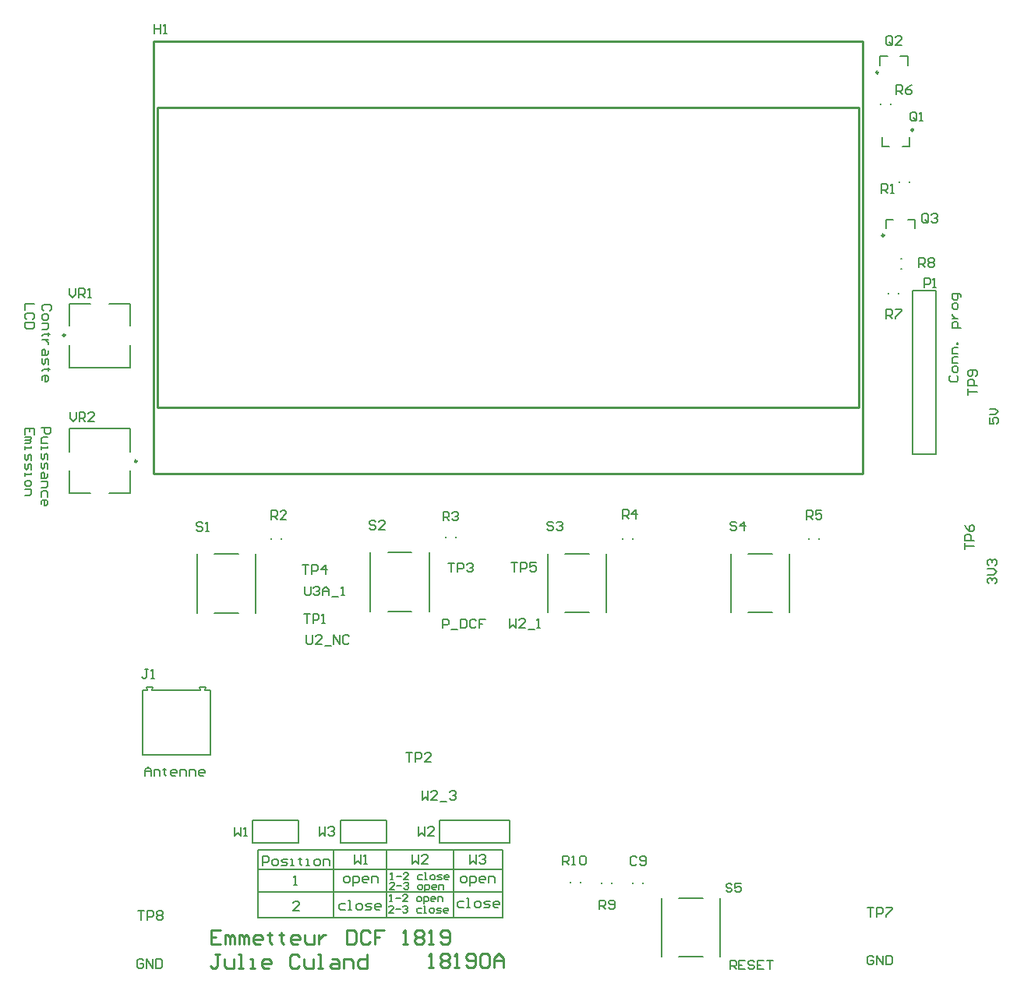
<source format=gbr>
%TF.GenerationSoftware,Altium Limited,Altium Designer,18.1.9 (240)*%
G04 Layer_Color=65535*
%FSLAX43Y43*%
%MOMM*%
%TF.FileFunction,Legend,Top*%
%TF.Part,Single*%
G01*
G75*
%TA.AperFunction,NonConductor*%
%ADD55C,0.250*%
%ADD56C,0.127*%
%ADD57C,0.200*%
%ADD58C,0.254*%
%ADD59C,0.203*%
%ADD60C,0.180*%
D55*
X30693Y96276D02*
G03*
X30693Y96276I-125J0D01*
G01*
X119051Y124833D02*
G03*
X119051Y124833I-125J0D01*
G01*
X119688Y107128D02*
G03*
X119688Y107128I-125J0D01*
G01*
X122854Y118600D02*
G03*
X122854Y118600I-125J0D01*
G01*
X38493Y82591D02*
G03*
X38493Y82591I-125J0D01*
G01*
D56*
X51638Y33020D02*
X78232D01*
Y40310D01*
X72923Y32995D02*
Y40259D01*
X65608Y33045D02*
Y40310D01*
X51638Y35763D02*
X78232Y35763D01*
X59842Y33045D02*
Y40310D01*
X51638Y38227D02*
X78232Y38227D01*
X51638Y37440D02*
Y40310D01*
Y33020D02*
Y37440D01*
Y40310D02*
X78232D01*
X74007Y34739D02*
X73499D01*
X73330Y34569D01*
Y34231D01*
X73499Y34061D01*
X74007D01*
X74345D02*
X74684D01*
X74515D01*
Y35077D01*
X74345D01*
X75361Y34061D02*
X75700D01*
X75869Y34231D01*
Y34569D01*
X75700Y34739D01*
X75361D01*
X75192Y34569D01*
Y34231D01*
X75361Y34061D01*
X76208D02*
X76715D01*
X76885Y34231D01*
X76715Y34400D01*
X76377D01*
X76208Y34569D01*
X76377Y34739D01*
X76885D01*
X77731Y34061D02*
X77392D01*
X77223Y34231D01*
Y34569D01*
X77392Y34739D01*
X77731D01*
X77900Y34569D01*
Y34400D01*
X77223D01*
X73829Y36816D02*
X74168D01*
X74337Y36985D01*
Y37323D01*
X74168Y37493D01*
X73829D01*
X73660Y37323D01*
Y36985D01*
X73829Y36816D01*
X74676Y36477D02*
Y37493D01*
X75184D01*
X75353Y37323D01*
Y36985D01*
X75184Y36816D01*
X74676D01*
X76199D02*
X75861D01*
X75691Y36985D01*
Y37323D01*
X75861Y37493D01*
X76199D01*
X76368Y37323D01*
Y37154D01*
X75691D01*
X76707Y36816D02*
Y37493D01*
X77215D01*
X77384Y37323D01*
Y36816D01*
X66370Y33528D02*
X65862D01*
X66370Y34036D01*
Y34163D01*
X66243Y34290D01*
X65989D01*
X65862Y34163D01*
X66624Y33909D02*
X67132D01*
X67386Y34163D02*
X67513Y34290D01*
X67767D01*
X67894Y34163D01*
Y34036D01*
X67767Y33909D01*
X67640D01*
X67767D01*
X67894Y33782D01*
Y33655D01*
X67767Y33528D01*
X67513D01*
X67386Y33655D01*
X69417Y34036D02*
X69036D01*
X68909Y33909D01*
Y33655D01*
X69036Y33528D01*
X69417D01*
X69671D02*
X69925D01*
X69798D01*
Y34290D01*
X69671D01*
X70433Y33528D02*
X70687D01*
X70814Y33655D01*
Y33909D01*
X70687Y34036D01*
X70433D01*
X70306Y33909D01*
Y33655D01*
X70433Y33528D01*
X71068D02*
X71448D01*
X71575Y33655D01*
X71448Y33782D01*
X71194D01*
X71068Y33909D01*
X71194Y34036D01*
X71575D01*
X72210Y33528D02*
X71956D01*
X71829Y33655D01*
Y33909D01*
X71956Y34036D01*
X72210D01*
X72337Y33909D01*
Y33782D01*
X71829D01*
X65964Y34722D02*
X66218D01*
X66091D01*
Y35484D01*
X65964Y35357D01*
X66599Y35103D02*
X67106D01*
X67868Y34722D02*
X67360D01*
X67868Y35230D01*
Y35357D01*
X67741Y35484D01*
X67487D01*
X67360Y35357D01*
X69011Y34722D02*
X69265D01*
X69392Y34849D01*
Y35103D01*
X69265Y35230D01*
X69011D01*
X68884Y35103D01*
Y34849D01*
X69011Y34722D01*
X69646Y34468D02*
Y35230D01*
X70026D01*
X70153Y35103D01*
Y34849D01*
X70026Y34722D01*
X69646D01*
X70788D02*
X70534D01*
X70407Y34849D01*
Y35103D01*
X70534Y35230D01*
X70788D01*
X70915Y35103D01*
Y34976D01*
X70407D01*
X71169Y34722D02*
Y35230D01*
X71550D01*
X71677Y35103D01*
Y34722D01*
X66472Y36068D02*
X65964D01*
X66472Y36576D01*
Y36703D01*
X66345Y36830D01*
X66091D01*
X65964Y36703D01*
X66726Y36449D02*
X67233D01*
X67487Y36703D02*
X67614Y36830D01*
X67868D01*
X67995Y36703D01*
Y36576D01*
X67868Y36449D01*
X67741D01*
X67868D01*
X67995Y36322D01*
Y36195D01*
X67868Y36068D01*
X67614D01*
X67487Y36195D01*
X69138Y36068D02*
X69392D01*
X69519Y36195D01*
Y36449D01*
X69392Y36576D01*
X69138D01*
X69011Y36449D01*
Y36195D01*
X69138Y36068D01*
X69773Y35814D02*
Y36576D01*
X70153D01*
X70280Y36449D01*
Y36195D01*
X70153Y36068D01*
X69773D01*
X70915D02*
X70661D01*
X70534Y36195D01*
Y36449D01*
X70661Y36576D01*
X70915D01*
X71042Y36449D01*
Y36322D01*
X70534D01*
X71296Y36068D02*
Y36576D01*
X71677D01*
X71804Y36449D01*
Y36068D01*
X66040Y37109D02*
X66294D01*
X66167D01*
Y37871D01*
X66040Y37744D01*
X66675Y37490D02*
X67183D01*
X67944Y37109D02*
X67437D01*
X67944Y37617D01*
Y37744D01*
X67817Y37871D01*
X67564D01*
X67437Y37744D01*
X69468Y37617D02*
X69087D01*
X68960Y37490D01*
Y37236D01*
X69087Y37109D01*
X69468D01*
X69722D02*
X69976D01*
X69849D01*
Y37871D01*
X69722D01*
X70484Y37109D02*
X70737D01*
X70864Y37236D01*
Y37490D01*
X70737Y37617D01*
X70484D01*
X70357Y37490D01*
Y37236D01*
X70484Y37109D01*
X71118D02*
X71499D01*
X71626Y37236D01*
X71499Y37363D01*
X71245D01*
X71118Y37490D01*
X71245Y37617D01*
X71626D01*
X72261Y37109D02*
X72007D01*
X71880Y37236D01*
Y37490D01*
X72007Y37617D01*
X72261D01*
X72388Y37490D01*
Y37363D01*
X71880D01*
X61104Y34510D02*
X60596D01*
X60427Y34341D01*
Y34002D01*
X60596Y33833D01*
X61104D01*
X61442D02*
X61781D01*
X61612D01*
Y34848D01*
X61442D01*
X62458Y33833D02*
X62797D01*
X62966Y34002D01*
Y34341D01*
X62797Y34510D01*
X62458D01*
X62289Y34341D01*
Y34002D01*
X62458Y33833D01*
X63304D02*
X63812D01*
X63981Y34002D01*
X63812Y34171D01*
X63474D01*
X63304Y34341D01*
X63474Y34510D01*
X63981D01*
X64828Y33833D02*
X64489D01*
X64320Y34002D01*
Y34341D01*
X64489Y34510D01*
X64828D01*
X64997Y34341D01*
Y34171D01*
X64320D01*
X61104Y36779D02*
X61442D01*
X61612Y36948D01*
Y37287D01*
X61442Y37456D01*
X61104D01*
X60935Y37287D01*
Y36948D01*
X61104Y36779D01*
X61950Y36441D02*
Y37456D01*
X62458D01*
X62627Y37287D01*
Y36948D01*
X62458Y36779D01*
X61950D01*
X63474D02*
X63135D01*
X62966Y36948D01*
Y37287D01*
X63135Y37456D01*
X63474D01*
X63643Y37287D01*
Y37118D01*
X62966D01*
X63982Y36779D02*
Y37456D01*
X64489D01*
X64659Y37287D01*
Y36779D01*
X56100Y33782D02*
X55423D01*
X56100Y34459D01*
Y34628D01*
X55931Y34798D01*
X55592D01*
X55423Y34628D01*
X55499Y36525D02*
X55838D01*
X55668D01*
Y37541D01*
X55499Y37372D01*
D57*
X31168Y92746D02*
X37768D01*
X31168D02*
Y95251D01*
Y97301D02*
Y99736D01*
X37768Y97301D02*
Y99736D01*
Y92746D02*
Y95251D01*
X31168Y99736D02*
X33443D01*
X35493D02*
X37768D01*
X45024Y66087D02*
Y72487D01*
X51424Y66087D02*
Y72487D01*
X46924Y66087D02*
X49524D01*
X46924Y72487D02*
X49524D01*
X119226Y125633D02*
Y126633D01*
X120026D01*
X122226Y125633D02*
Y126633D01*
X121426D02*
X122226D01*
X119262Y121376D02*
Y121476D01*
X120362Y121376D02*
Y121476D01*
X121501Y103514D02*
X121601D01*
X121501Y104614D02*
X121601D01*
X121251Y100800D02*
Y100900D01*
X120151Y100800D02*
Y100900D01*
X122784Y101143D02*
X125324D01*
Y83363D02*
Y101143D01*
X122784Y83363D02*
X125324D01*
X122784D02*
Y101143D01*
X65756Y72687D02*
X68356D01*
X65756Y66287D02*
X68356D01*
X70256D02*
Y72687D01*
X63856Y66287D02*
Y72687D01*
X73118Y74282D02*
Y74382D01*
X72018Y74282D02*
Y74382D01*
X101879Y28728D02*
Y35128D01*
X95479Y28728D02*
Y35128D01*
X97379D02*
X99979D01*
X97379Y28728D02*
X99979D01*
X93488Y36691D02*
Y36791D01*
X92338Y36691D02*
Y36791D01*
X90085Y36716D02*
Y36816D01*
X88985Y36716D02*
Y36816D01*
X85607Y36766D02*
Y36866D01*
X86707Y36766D02*
Y36866D01*
X71374Y41097D02*
Y43587D01*
X78994Y41097D02*
Y43587D01*
X71374D02*
X78994D01*
X71374Y41097D02*
X78994D01*
X122263Y108828D02*
X123013D01*
Y107928D02*
Y108828D01*
X119913D02*
X120663D01*
X119913Y107928D02*
Y108828D01*
X122419Y112916D02*
Y113016D01*
X121319Y112916D02*
Y113016D01*
X122429Y116800D02*
Y117800D01*
X121629Y116800D02*
X122429D01*
X119429D02*
Y117800D01*
Y116800D02*
X120229D01*
X60598Y41071D02*
X65608D01*
X60598Y43561D02*
X65608D01*
Y41071D02*
Y43561D01*
X60598Y41071D02*
Y43561D01*
X51048Y41097D02*
Y43587D01*
X56058Y41097D02*
Y43587D01*
X51048D02*
X56058D01*
X51048Y41097D02*
X56058D01*
X46469Y50681D02*
Y57681D01*
X39069Y50681D02*
Y57681D01*
Y50681D02*
X46469D01*
X39574Y58081D02*
X40224D01*
X39574D02*
X39649Y57681D01*
X40149D02*
X40224Y58081D01*
X39069Y57681D02*
X39649D01*
X45314Y58081D02*
X45389Y57681D01*
X45889D02*
X45964Y58081D01*
X45314D02*
X45964D01*
X45889Y57681D02*
X46469D01*
X40149D02*
X45389D01*
X112642Y74155D02*
Y74255D01*
X111542Y74155D02*
Y74255D01*
X91273Y74155D02*
Y74255D01*
X92373Y74155D02*
Y74255D01*
X53095Y74093D02*
Y74193D01*
X54195Y74093D02*
Y74193D01*
X103008Y66150D02*
Y72550D01*
X109408Y66150D02*
Y72550D01*
X104908Y66150D02*
X107508D01*
X104908Y72550D02*
X107508D01*
X83124Y66150D02*
Y72550D01*
X89524Y66150D02*
Y72550D01*
X85024Y66150D02*
X87624D01*
X85024Y72550D02*
X87624D01*
X31168Y79131D02*
X33443D01*
X35493D02*
X37768D01*
X31168Y83616D02*
Y86121D01*
Y79131D02*
Y81566D01*
X37768Y79131D02*
Y81566D01*
Y83616D02*
Y86121D01*
X31168D02*
X37768D01*
X126878Y91929D02*
X126712Y91762D01*
Y91429D01*
X126878Y91262D01*
X127545D01*
X127711Y91429D01*
Y91762D01*
X127545Y91929D01*
X127711Y92428D02*
Y92762D01*
X127545Y92928D01*
X127211D01*
X127045Y92762D01*
Y92428D01*
X127211Y92262D01*
X127545D01*
X127711Y92428D01*
Y93262D02*
X127045D01*
Y93761D01*
X127211Y93928D01*
X127711D01*
Y94261D02*
X127045D01*
Y94761D01*
X127211Y94928D01*
X127711D01*
Y95261D02*
X127545D01*
Y95428D01*
X127711D01*
Y95261D01*
X128044Y97094D02*
X127045D01*
Y97593D01*
X127211Y97760D01*
X127545D01*
X127711Y97593D01*
Y97094D01*
X127045Y98093D02*
X127711D01*
X127378D01*
X127211Y98260D01*
X127045Y98427D01*
Y98593D01*
X127711Y99260D02*
Y99593D01*
X127545Y99759D01*
X127211D01*
X127045Y99593D01*
Y99260D01*
X127211Y99093D01*
X127545D01*
X127711Y99260D01*
X128044Y100426D02*
Y100593D01*
X127878Y100759D01*
X127045D01*
Y100259D01*
X127211Y100093D01*
X127545D01*
X127711Y100259D01*
Y100759D01*
X78994Y65490D02*
Y64491D01*
X79327Y64824D01*
X79660Y64491D01*
Y65490D01*
X80660Y64491D02*
X79994D01*
X80660Y65157D01*
Y65324D01*
X80494Y65490D01*
X80160D01*
X79994Y65324D01*
X80993Y64324D02*
X81660D01*
X81993Y64491D02*
X82326D01*
X82160D01*
Y65490D01*
X81993Y65324D01*
X56693Y68995D02*
Y68162D01*
X56859Y67996D01*
X57193D01*
X57359Y68162D01*
Y68995D01*
X57692Y68829D02*
X57859Y68995D01*
X58192D01*
X58359Y68829D01*
Y68662D01*
X58192Y68496D01*
X58026D01*
X58192D01*
X58359Y68329D01*
Y68162D01*
X58192Y67996D01*
X57859D01*
X57692Y68162D01*
X58692Y67996D02*
Y68662D01*
X59025Y68995D01*
X59359Y68662D01*
Y67996D01*
Y68496D01*
X58692D01*
X59692Y67829D02*
X60358D01*
X60692Y67996D02*
X61025D01*
X60858D01*
Y68995D01*
X60692Y68829D01*
X56896Y63687D02*
Y62854D01*
X57063Y62687D01*
X57396D01*
X57562Y62854D01*
Y63687D01*
X58562Y62687D02*
X57896D01*
X58562Y63354D01*
Y63520D01*
X58396Y63687D01*
X58062D01*
X57896Y63520D01*
X58895Y62521D02*
X59562D01*
X59895Y62687D02*
Y63687D01*
X60561Y62687D01*
Y63687D01*
X61561Y63520D02*
X61395Y63687D01*
X61061D01*
X60895Y63520D01*
Y62854D01*
X61061Y62687D01*
X61395D01*
X61561Y62854D01*
X69469Y46770D02*
Y45771D01*
X69802Y46104D01*
X70135Y45771D01*
Y46770D01*
X71135Y45771D02*
X70469D01*
X71135Y46437D01*
Y46604D01*
X70969Y46770D01*
X70635D01*
X70469Y46604D01*
X71468Y45604D02*
X72135D01*
X72468Y46604D02*
X72635Y46770D01*
X72968D01*
X73134Y46604D01*
Y46437D01*
X72968Y46271D01*
X72801D01*
X72968D01*
X73134Y46104D01*
Y45937D01*
X72968Y45771D01*
X72635D01*
X72468Y45937D01*
X131106Y87306D02*
Y86639D01*
X131606D01*
X131439Y86973D01*
Y87139D01*
X131606Y87306D01*
X131939D01*
X132105Y87139D01*
Y86806D01*
X131939Y86639D01*
X131106Y87639D02*
X131772D01*
X132105Y87972D01*
X131772Y88306D01*
X131106D01*
X71679Y64440D02*
Y65439D01*
X72179D01*
X72345Y65273D01*
Y64940D01*
X72179Y64773D01*
X71679D01*
X72678Y64273D02*
X73345D01*
X73678Y65439D02*
Y64440D01*
X74178D01*
X74345Y64606D01*
Y65273D01*
X74178Y65439D01*
X73678D01*
X75344Y65273D02*
X75178Y65439D01*
X74844D01*
X74678Y65273D01*
Y64606D01*
X74844Y64440D01*
X75178D01*
X75344Y64606D01*
X76344Y65439D02*
X75678D01*
Y64940D01*
X76011D01*
X75678D01*
Y64440D01*
X39224Y28341D02*
X39057Y28508D01*
X38724D01*
X38557Y28341D01*
Y27675D01*
X38724Y27508D01*
X39057D01*
X39224Y27675D01*
Y28008D01*
X38890D01*
X39557Y27508D02*
Y28508D01*
X40223Y27508D01*
Y28508D01*
X40557D02*
Y27508D01*
X41056D01*
X41223Y27675D01*
Y28341D01*
X41056Y28508D01*
X40557D01*
X118548Y28697D02*
X118381Y28863D01*
X118048D01*
X117881Y28697D01*
Y28030D01*
X118048Y27864D01*
X118381D01*
X118548Y28030D01*
Y28364D01*
X118215D01*
X118881Y27864D02*
Y28863D01*
X119548Y27864D01*
Y28863D01*
X119881D02*
Y27864D01*
X120381D01*
X120547Y28030D01*
Y28697D01*
X120381Y28863D01*
X119881D01*
X131069Y69266D02*
X130903Y69432D01*
Y69766D01*
X131069Y69932D01*
X131236D01*
X131402Y69766D01*
Y69599D01*
Y69766D01*
X131569Y69932D01*
X131736D01*
X131902Y69766D01*
Y69432D01*
X131736Y69266D01*
X130903Y70265D02*
X131569D01*
X131902Y70599D01*
X131569Y70932D01*
X130903D01*
X131069Y71265D02*
X130903Y71432D01*
Y71765D01*
X131069Y71932D01*
X131236D01*
X131402Y71765D01*
Y71598D01*
Y71765D01*
X131569Y71932D01*
X131736D01*
X131902Y71765D01*
Y71432D01*
X131736Y71265D01*
X102921Y27356D02*
Y28355D01*
X103421D01*
X103587Y28189D01*
Y27856D01*
X103421Y27689D01*
X102921D01*
X103254D02*
X103587Y27356D01*
X104587Y28355D02*
X103920D01*
Y27356D01*
X104587D01*
X103920Y27856D02*
X104254D01*
X105587Y28189D02*
X105420Y28355D01*
X105087D01*
X104920Y28189D01*
Y28022D01*
X105087Y27856D01*
X105420D01*
X105587Y27689D01*
Y27522D01*
X105420Y27356D01*
X105087D01*
X104920Y27522D01*
X106586Y28355D02*
X105920D01*
Y27356D01*
X106586D01*
X105920Y27856D02*
X106253D01*
X106920Y28355D02*
X107586D01*
X107253D01*
Y27356D01*
X39345Y48362D02*
Y49028D01*
X39678Y49361D01*
X40011Y49028D01*
Y48362D01*
Y48861D01*
X39345D01*
X40344Y48362D02*
Y49028D01*
X40844D01*
X41011Y48861D01*
Y48362D01*
X41511Y49195D02*
Y49028D01*
X41344D01*
X41677D01*
X41511D01*
Y48528D01*
X41677Y48362D01*
X42677D02*
X42344D01*
X42177Y48528D01*
Y48861D01*
X42344Y49028D01*
X42677D01*
X42843Y48861D01*
Y48695D01*
X42177D01*
X43177Y48362D02*
Y49028D01*
X43677D01*
X43843Y48861D01*
Y48362D01*
X44176D02*
Y49028D01*
X44676D01*
X44843Y48861D01*
Y48362D01*
X45676D02*
X45343D01*
X45176Y48528D01*
Y48861D01*
X45343Y49028D01*
X45676D01*
X45842Y48861D01*
Y48695D01*
X45176D01*
X27365Y85516D02*
Y86182D01*
X26365D01*
Y85516D01*
X26865Y86182D02*
Y85849D01*
X26365Y85183D02*
X27032D01*
Y85016D01*
X26865Y84849D01*
X26365D01*
X26865D01*
X27032Y84683D01*
X26865Y84516D01*
X26365D01*
Y84183D02*
Y83850D01*
Y84016D01*
X27032D01*
Y84183D01*
X26365Y83350D02*
Y82850D01*
X26532Y82683D01*
X26698Y82850D01*
Y83183D01*
X26865Y83350D01*
X27032Y83183D01*
Y82683D01*
X26365Y82350D02*
Y81850D01*
X26532Y81684D01*
X26698Y81850D01*
Y82183D01*
X26865Y82350D01*
X27032Y82183D01*
Y81684D01*
X26365Y81350D02*
Y81017D01*
Y81184D01*
X27032D01*
Y81350D01*
X26365Y80351D02*
Y80018D01*
X26532Y79851D01*
X26865D01*
X27032Y80018D01*
Y80351D01*
X26865Y80517D01*
X26532D01*
X26365Y80351D01*
Y79518D02*
X27032D01*
Y79018D01*
X26865Y78851D01*
X26365D01*
X27365Y99695D02*
X26365D01*
Y99029D01*
X27198Y98029D02*
X27365Y98195D01*
Y98529D01*
X27198Y98695D01*
X26532D01*
X26365Y98529D01*
Y98195D01*
X26532Y98029D01*
X27365Y97696D02*
X26365D01*
Y97196D01*
X26532Y97029D01*
X27198D01*
X27365Y97196D01*
Y97696D01*
X28118Y86233D02*
X29117D01*
Y85733D01*
X28951Y85567D01*
X28618D01*
X28451Y85733D01*
Y86233D01*
X28784Y85233D02*
X28284D01*
X28118Y85067D01*
Y84567D01*
X28784D01*
X28118Y84234D02*
Y83900D01*
Y84067D01*
X28784D01*
Y84234D01*
X28118Y83401D02*
Y82901D01*
X28284Y82734D01*
X28451Y82901D01*
Y83234D01*
X28618Y83401D01*
X28784Y83234D01*
Y82734D01*
X28118Y82401D02*
Y81901D01*
X28284Y81734D01*
X28451Y81901D01*
Y82234D01*
X28618Y82401D01*
X28784Y82234D01*
Y81734D01*
Y81235D02*
Y80901D01*
X28618Y80735D01*
X28118D01*
Y81235D01*
X28284Y81401D01*
X28451Y81235D01*
Y80735D01*
X28118Y80402D02*
X28784D01*
Y79902D01*
X28618Y79735D01*
X28118D01*
X28784Y78735D02*
Y79235D01*
X28618Y79402D01*
X28284D01*
X28118Y79235D01*
Y78735D01*
Y77902D02*
Y78236D01*
X28284Y78402D01*
X28618D01*
X28784Y78236D01*
Y77902D01*
X28618Y77736D01*
X28451D01*
Y78402D01*
X29052Y98927D02*
X29219Y99094D01*
Y99427D01*
X29052Y99593D01*
X28386D01*
X28219Y99427D01*
Y99094D01*
X28386Y98927D01*
X28219Y98427D02*
Y98094D01*
X28386Y97927D01*
X28719D01*
X28886Y98094D01*
Y98427D01*
X28719Y98594D01*
X28386D01*
X28219Y98427D01*
Y97594D02*
X28886D01*
Y97094D01*
X28719Y96928D01*
X28219D01*
X29052Y96428D02*
X28886D01*
Y96594D01*
Y96261D01*
Y96428D01*
X28386D01*
X28219Y96261D01*
X28886Y95761D02*
X28219D01*
X28553D01*
X28719Y95595D01*
X28886Y95428D01*
Y95261D01*
Y94595D02*
Y94262D01*
X28719Y94095D01*
X28219D01*
Y94595D01*
X28386Y94762D01*
X28553Y94595D01*
Y94095D01*
X28219Y93762D02*
Y93262D01*
X28386Y93095D01*
X28553Y93262D01*
Y93595D01*
X28719Y93762D01*
X28886Y93595D01*
Y93095D01*
X29052Y92596D02*
X28886D01*
Y92762D01*
Y92429D01*
Y92596D01*
X28386D01*
X28219Y92429D01*
Y91429D02*
Y91763D01*
X28386Y91929D01*
X28719D01*
X28886Y91763D01*
Y91429D01*
X28719Y91263D01*
X28553D01*
Y91929D01*
D58*
X40717Y88430D02*
X116917D01*
X40717D02*
Y121030D01*
X116917D01*
Y88430D02*
Y121030D01*
X40317Y81230D02*
Y128230D01*
Y81230D02*
X117317D01*
Y128230D01*
X40317D02*
X117317D01*
X70180Y27534D02*
X70688D01*
X70434D01*
Y29057D01*
X70180Y28803D01*
X71450D02*
X71704Y29057D01*
X72212D01*
X72465Y28803D01*
Y28549D01*
X72212Y28295D01*
X72465Y28041D01*
Y27788D01*
X72212Y27534D01*
X71704D01*
X71450Y27788D01*
Y28041D01*
X71704Y28295D01*
X71450Y28549D01*
Y28803D01*
X71704Y28295D02*
X72212D01*
X72973Y27534D02*
X73481D01*
X73227D01*
Y29057D01*
X72973Y28803D01*
X74243Y27788D02*
X74497Y27534D01*
X75005D01*
X75259Y27788D01*
Y28803D01*
X75005Y29057D01*
X74497D01*
X74243Y28803D01*
Y28549D01*
X74497Y28295D01*
X75259D01*
X75766Y28803D02*
X76020Y29057D01*
X76528D01*
X76782Y28803D01*
Y27788D01*
X76528Y27534D01*
X76020D01*
X75766Y27788D01*
Y28803D01*
X77290Y27534D02*
Y28549D01*
X77798Y29057D01*
X78306Y28549D01*
Y27534D01*
Y28295D01*
X77290D01*
X47498Y28981D02*
X46990D01*
X47244D01*
Y27711D01*
X46990Y27457D01*
X46736D01*
X46482Y27711D01*
X48006Y28473D02*
Y27711D01*
X48259Y27457D01*
X49021D01*
Y28473D01*
X49529Y27457D02*
X50037D01*
X49783D01*
Y28981D01*
X49529D01*
X50799Y27457D02*
X51306D01*
X51053D01*
Y28473D01*
X50799D01*
X52830Y27457D02*
X52322D01*
X52068Y27711D01*
Y28219D01*
X52322Y28473D01*
X52830D01*
X53084Y28219D01*
Y27965D01*
X52068D01*
X56131Y28727D02*
X55877Y28981D01*
X55369D01*
X55115Y28727D01*
Y27711D01*
X55369Y27457D01*
X55877D01*
X56131Y27711D01*
X56639Y28473D02*
Y27711D01*
X56893Y27457D01*
X57654D01*
Y28473D01*
X58162Y27457D02*
X58670D01*
X58416D01*
Y28981D01*
X58162D01*
X59686Y28473D02*
X60194D01*
X60447Y28219D01*
Y27457D01*
X59686D01*
X59432Y27711D01*
X59686Y27965D01*
X60447D01*
X60955Y27457D02*
Y28473D01*
X61717D01*
X61971Y28219D01*
Y27457D01*
X63494Y28981D02*
Y27457D01*
X62733D01*
X62479Y27711D01*
Y28219D01*
X62733Y28473D01*
X63494D01*
X47548Y31623D02*
X46533D01*
Y30099D01*
X47548D01*
X46533Y30861D02*
X47041D01*
X48056Y30099D02*
Y31115D01*
X48310D01*
X48564Y30861D01*
Y30099D01*
Y30861D01*
X48818Y31115D01*
X49072Y30861D01*
Y30099D01*
X49580D02*
Y31115D01*
X49834D01*
X50088Y30861D01*
Y30099D01*
Y30861D01*
X50342Y31115D01*
X50595Y30861D01*
Y30099D01*
X51865D02*
X51357D01*
X51103Y30353D01*
Y30861D01*
X51357Y31115D01*
X51865D01*
X52119Y30861D01*
Y30607D01*
X51103D01*
X52881Y31369D02*
Y31115D01*
X52627D01*
X53135D01*
X52881D01*
Y30353D01*
X53135Y30099D01*
X54150Y31369D02*
Y31115D01*
X53896D01*
X54404D01*
X54150D01*
Y30353D01*
X54404Y30099D01*
X55928D02*
X55420D01*
X55166Y30353D01*
Y30861D01*
X55420Y31115D01*
X55928D01*
X56182Y30861D01*
Y30607D01*
X55166D01*
X56690Y31115D02*
Y30353D01*
X56943Y30099D01*
X57705D01*
Y31115D01*
X58213D02*
Y30099D01*
Y30607D01*
X58467Y30861D01*
X58721Y31115D01*
X58975D01*
X61260Y31623D02*
Y30099D01*
X62022D01*
X62276Y30353D01*
Y31369D01*
X62022Y31623D01*
X61260D01*
X63799Y31369D02*
X63545Y31623D01*
X63037D01*
X62784Y31369D01*
Y30353D01*
X63037Y30099D01*
X63545D01*
X63799Y30353D01*
X65323Y31623D02*
X64307D01*
Y30861D01*
X64815D01*
X64307D01*
Y30099D01*
X67354D02*
X67862D01*
X67608D01*
Y31623D01*
X67354Y31369D01*
X68624D02*
X68878Y31623D01*
X69385D01*
X69639Y31369D01*
Y31115D01*
X69385Y30861D01*
X69639Y30607D01*
Y30353D01*
X69385Y30099D01*
X68878D01*
X68624Y30353D01*
Y30607D01*
X68878Y30861D01*
X68624Y31115D01*
Y31369D01*
X68878Y30861D02*
X69385D01*
X70147Y30099D02*
X70655D01*
X70401D01*
Y31623D01*
X70147Y31369D01*
X71417Y30353D02*
X71671Y30099D01*
X72178D01*
X72432Y30353D01*
Y31369D01*
X72178Y31623D01*
X71671D01*
X71417Y31369D01*
Y31115D01*
X71671Y30861D01*
X72432D01*
D59*
X74701Y39852D02*
Y38837D01*
X75040Y39175D01*
X75379Y38837D01*
Y39852D01*
X75717Y39683D02*
X75886Y39852D01*
X76225D01*
X76394Y39683D01*
Y39514D01*
X76225Y39344D01*
X76056D01*
X76225D01*
X76394Y39175D01*
Y39006D01*
X76225Y38837D01*
X75886D01*
X75717Y39006D01*
X68377Y39827D02*
Y38811D01*
X68715Y39150D01*
X69054Y38811D01*
Y39827D01*
X70070Y38811D02*
X69392D01*
X70070Y39488D01*
Y39658D01*
X69900Y39827D01*
X69562D01*
X69392Y39658D01*
X62103Y39801D02*
Y38786D01*
X62442Y39124D01*
X62780Y38786D01*
Y39801D01*
X63119Y38786D02*
X63457D01*
X63288D01*
Y39801D01*
X63119Y39632D01*
X52172Y38659D02*
Y39674D01*
X52679D01*
X52849Y39505D01*
Y39167D01*
X52679Y38997D01*
X52172D01*
X53357Y38659D02*
X53695D01*
X53864Y38828D01*
Y39167D01*
X53695Y39336D01*
X53357D01*
X53187Y39167D01*
Y38828D01*
X53357Y38659D01*
X54203D02*
X54711D01*
X54880Y38828D01*
X54711Y38997D01*
X54372D01*
X54203Y39167D01*
X54372Y39336D01*
X54880D01*
X55219Y38659D02*
X55557D01*
X55388D01*
Y39336D01*
X55219D01*
X56234Y39505D02*
Y39336D01*
X56065D01*
X56404D01*
X56234D01*
Y38828D01*
X56404Y38659D01*
X56911D02*
X57250D01*
X57081D01*
Y39336D01*
X56911D01*
X57927Y38659D02*
X58266D01*
X58435Y38828D01*
Y39167D01*
X58266Y39336D01*
X57927D01*
X57758Y39167D01*
Y38828D01*
X57927Y38659D01*
X58773D02*
Y39336D01*
X59281D01*
X59451Y39167D01*
Y38659D01*
D60*
X45624Y75814D02*
X45458Y75980D01*
X45125D01*
X44958Y75814D01*
Y75647D01*
X45125Y75481D01*
X45458D01*
X45624Y75314D01*
Y75147D01*
X45458Y74981D01*
X45125D01*
X44958Y75147D01*
X45958Y74981D02*
X46291D01*
X46124D01*
Y75980D01*
X45958Y75814D01*
X69113Y42884D02*
Y41885D01*
X69447Y42218D01*
X69780Y41885D01*
Y42884D01*
X70780Y41885D02*
X70113D01*
X70780Y42551D01*
Y42718D01*
X70613Y42884D01*
X70280D01*
X70113Y42718D01*
X56490Y71358D02*
X57156D01*
X56823D01*
Y70358D01*
X57489D02*
Y71358D01*
X57989D01*
X58156Y71191D01*
Y70858D01*
X57989Y70691D01*
X57489D01*
X58989Y70358D02*
Y71358D01*
X58489Y70858D01*
X59155D01*
X128794Y89814D02*
Y90481D01*
Y90148D01*
X129794D01*
Y90814D02*
X128794D01*
Y91314D01*
X128961Y91481D01*
X129294D01*
X129461Y91314D01*
Y90814D01*
X129627Y91814D02*
X129794Y91980D01*
Y92314D01*
X129627Y92480D01*
X128961D01*
X128794Y92314D01*
Y91980D01*
X128961Y91814D01*
X129128D01*
X129294Y91980D01*
Y92480D01*
X38608Y33715D02*
X39274D01*
X38941D01*
Y32715D01*
X39608D02*
Y33715D01*
X40108D01*
X40274Y33548D01*
Y33215D01*
X40108Y33048D01*
X39608D01*
X40607Y33548D02*
X40774Y33715D01*
X41107D01*
X41274Y33548D01*
Y33382D01*
X41107Y33215D01*
X41274Y33048D01*
Y32882D01*
X41107Y32715D01*
X40774D01*
X40607Y32882D01*
Y33048D01*
X40774Y33215D01*
X40607Y33382D01*
Y33548D01*
X40774Y33215D02*
X41107D01*
X117856Y34070D02*
X118522D01*
X118189D01*
Y33071D01*
X118856D02*
Y34070D01*
X119356D01*
X119522Y33904D01*
Y33571D01*
X119356Y33404D01*
X118856D01*
X119855Y34070D02*
X120522D01*
Y33904D01*
X119855Y33237D01*
Y33071D01*
X128439Y73000D02*
Y73666D01*
Y73333D01*
X129438D01*
Y73999D02*
X128439D01*
Y74499D01*
X128605Y74666D01*
X128939D01*
X129105Y74499D01*
Y73999D01*
X128439Y75665D02*
X128605Y75332D01*
X128939Y74999D01*
X129272D01*
X129438Y75166D01*
Y75499D01*
X129272Y75665D01*
X129105D01*
X128939Y75499D01*
Y74999D01*
X79197Y71561D02*
X79864D01*
X79530D01*
Y70561D01*
X80197D02*
Y71561D01*
X80697D01*
X80863Y71394D01*
Y71061D01*
X80697Y70894D01*
X80197D01*
X81863Y71561D02*
X81197D01*
Y71061D01*
X81530Y71228D01*
X81696D01*
X81863Y71061D01*
Y70728D01*
X81696Y70561D01*
X81363D01*
X81197Y70728D01*
X72339Y71535D02*
X73006D01*
X72672D01*
Y70536D01*
X73339D02*
Y71535D01*
X73839D01*
X74005Y71369D01*
Y71036D01*
X73839Y70869D01*
X73339D01*
X74339Y71369D02*
X74505Y71535D01*
X74838D01*
X75005Y71369D01*
Y71202D01*
X74838Y71036D01*
X74672D01*
X74838D01*
X75005Y70869D01*
Y70702D01*
X74838Y70536D01*
X74505D01*
X74339Y70702D01*
X67767Y50911D02*
X68434D01*
X68100D01*
Y49911D01*
X68767D02*
Y50911D01*
X69267D01*
X69433Y50744D01*
Y50411D01*
X69267Y50244D01*
X68767D01*
X70433Y49911D02*
X69767D01*
X70433Y50577D01*
Y50744D01*
X70266Y50911D01*
X69933D01*
X69767Y50744D01*
X56617Y65973D02*
X57283D01*
X56950D01*
Y64973D01*
X57616D02*
Y65973D01*
X58116D01*
X58283Y65806D01*
Y65473D01*
X58116Y65306D01*
X57616D01*
X58616Y64973D02*
X58949D01*
X58783D01*
Y65973D01*
X58616Y65806D01*
X123469Y103657D02*
Y104657D01*
X123969D01*
X124136Y104490D01*
Y104157D01*
X123969Y103991D01*
X123469D01*
X123803D02*
X124136Y103657D01*
X124469Y104490D02*
X124636Y104657D01*
X124969D01*
X125136Y104490D01*
Y104324D01*
X124969Y104157D01*
X125136Y103991D01*
Y103824D01*
X124969Y103657D01*
X124636D01*
X124469Y103824D01*
Y103991D01*
X124636Y104157D01*
X124469Y104324D01*
Y104490D01*
X124636Y104157D02*
X124969D01*
X119913Y98069D02*
Y99069D01*
X120413D01*
X120579Y98902D01*
Y98569D01*
X120413Y98403D01*
X119913D01*
X120246D02*
X120579Y98069D01*
X120912Y99069D02*
X121579D01*
Y98902D01*
X120912Y98236D01*
Y98069D01*
X120980Y122453D02*
Y123453D01*
X121480D01*
X121647Y123286D01*
Y122953D01*
X121480Y122787D01*
X120980D01*
X121313D02*
X121647Y122453D01*
X122646Y123453D02*
X122313Y123286D01*
X121980Y122953D01*
Y122620D01*
X122146Y122453D01*
X122480D01*
X122646Y122620D01*
Y122787D01*
X122480Y122953D01*
X121980D01*
X119355Y111709D02*
Y112709D01*
X119854D01*
X120021Y112542D01*
Y112209D01*
X119854Y112042D01*
X119355D01*
X119688D02*
X120021Y111709D01*
X120354D02*
X120688D01*
X120521D01*
Y112709D01*
X120354Y112542D01*
X120554Y127979D02*
Y128646D01*
X120388Y128812D01*
X120055D01*
X119888Y128646D01*
Y127979D01*
X120055Y127813D01*
X120388D01*
X120221Y128146D02*
X120554Y127813D01*
X120388D02*
X120554Y127979D01*
X121554Y127813D02*
X120888D01*
X121554Y128479D01*
Y128646D01*
X121388Y128812D01*
X121054D01*
X120888Y128646D01*
X124441Y108675D02*
Y109342D01*
X124274Y109508D01*
X123941D01*
X123774Y109342D01*
Y108675D01*
X123941Y108509D01*
X124274D01*
X124107Y108842D02*
X124441Y108509D01*
X124274D02*
X124441Y108675D01*
X124774Y109342D02*
X124940Y109508D01*
X125274D01*
X125440Y109342D01*
Y109175D01*
X125274Y109009D01*
X125107D01*
X125274D01*
X125440Y108842D01*
Y108675D01*
X125274Y108509D01*
X124940D01*
X124774Y108675D01*
X123196Y119724D02*
Y120391D01*
X123029Y120557D01*
X122696D01*
X122530Y120391D01*
Y119724D01*
X122696Y119558D01*
X123029D01*
X122863Y119891D02*
X123196Y119558D01*
X123029D02*
X123196Y119724D01*
X123529Y119558D02*
X123863D01*
X123696D01*
Y120557D01*
X123529Y120391D01*
X58293Y42859D02*
Y41859D01*
X58626Y42192D01*
X58959Y41859D01*
Y42859D01*
X59293Y42692D02*
X59459Y42859D01*
X59793D01*
X59959Y42692D01*
Y42526D01*
X59793Y42359D01*
X59626D01*
X59793D01*
X59959Y42192D01*
Y42026D01*
X59793Y41859D01*
X59459D01*
X59293Y42026D01*
X49124Y42833D02*
Y41834D01*
X49457Y42167D01*
X49790Y41834D01*
Y42833D01*
X50123Y41834D02*
X50457D01*
X50290D01*
Y42833D01*
X50123Y42667D01*
X31217Y87944D02*
Y87277D01*
X31550Y86944D01*
X31883Y87277D01*
Y87944D01*
X32216Y86944D02*
Y87944D01*
X32716D01*
X32883Y87777D01*
Y87444D01*
X32716Y87277D01*
X32216D01*
X32549D02*
X32883Y86944D01*
X33882D02*
X33216D01*
X33882Y87611D01*
Y87777D01*
X33716Y87944D01*
X33383D01*
X33216Y87777D01*
X31191Y101380D02*
Y100714D01*
X31524Y100381D01*
X31858Y100714D01*
Y101380D01*
X32191Y100381D02*
Y101380D01*
X32691D01*
X32857Y101214D01*
Y100881D01*
X32691Y100714D01*
X32191D01*
X32524D02*
X32857Y100381D01*
X33191D02*
X33524D01*
X33357D01*
Y101380D01*
X33191Y101214D01*
X103155Y36571D02*
X102989Y36737D01*
X102656D01*
X102489Y36571D01*
Y36404D01*
X102656Y36238D01*
X102989D01*
X103155Y36071D01*
Y35904D01*
X102989Y35738D01*
X102656D01*
X102489Y35904D01*
X104155Y36737D02*
X103489D01*
Y36238D01*
X103822Y36404D01*
X103989D01*
X104155Y36238D01*
Y35904D01*
X103989Y35738D01*
X103655D01*
X103489Y35904D01*
X103613Y75865D02*
X103446Y76031D01*
X103113D01*
X102946Y75865D01*
Y75698D01*
X103113Y75531D01*
X103446D01*
X103613Y75365D01*
Y75198D01*
X103446Y75032D01*
X103113D01*
X102946Y75198D01*
X104446Y75032D02*
Y76031D01*
X103946Y75531D01*
X104612D01*
X83724Y75865D02*
X83558Y76031D01*
X83225D01*
X83058Y75865D01*
Y75698D01*
X83225Y75531D01*
X83558D01*
X83724Y75365D01*
Y75198D01*
X83558Y75032D01*
X83225D01*
X83058Y75198D01*
X84058Y75865D02*
X84224Y76031D01*
X84558D01*
X84724Y75865D01*
Y75698D01*
X84558Y75531D01*
X84391D01*
X84558D01*
X84724Y75365D01*
Y75198D01*
X84558Y75032D01*
X84224D01*
X84058Y75198D01*
X64446Y76017D02*
X64279Y76184D01*
X63946D01*
X63779Y76017D01*
Y75850D01*
X63946Y75684D01*
X64279D01*
X64446Y75517D01*
Y75351D01*
X64279Y75184D01*
X63946D01*
X63779Y75351D01*
X65446Y75184D02*
X64779D01*
X65446Y75850D01*
Y76017D01*
X65279Y76184D01*
X64946D01*
X64779Y76017D01*
X84760Y38710D02*
Y39709D01*
X85260D01*
X85426Y39543D01*
Y39209D01*
X85260Y39043D01*
X84760D01*
X85093D02*
X85426Y38710D01*
X85759D02*
X86093D01*
X85926D01*
Y39709D01*
X85759Y39543D01*
X86593D02*
X86759Y39709D01*
X87092D01*
X87259Y39543D01*
Y38876D01*
X87092Y38710D01*
X86759D01*
X86593Y38876D01*
Y39543D01*
X88748Y33884D02*
Y34883D01*
X89247D01*
X89414Y34717D01*
Y34383D01*
X89247Y34217D01*
X88748D01*
X89081D02*
X89414Y33884D01*
X89747Y34050D02*
X89914Y33884D01*
X90247D01*
X90414Y34050D01*
Y34717D01*
X90247Y34883D01*
X89914D01*
X89747Y34717D01*
Y34550D01*
X89914Y34383D01*
X90414D01*
X111227Y76276D02*
Y77276D01*
X111726D01*
X111893Y77109D01*
Y76776D01*
X111726Y76609D01*
X111227D01*
X111560D02*
X111893Y76276D01*
X112893Y77276D02*
X112226D01*
Y76776D01*
X112560Y76943D01*
X112726D01*
X112893Y76776D01*
Y76443D01*
X112726Y76276D01*
X112393D01*
X112226Y76443D01*
X91237Y76327D02*
Y77327D01*
X91737D01*
X91903Y77160D01*
Y76827D01*
X91737Y76660D01*
X91237D01*
X91570D02*
X91903Y76327D01*
X92736D02*
Y77327D01*
X92236Y76827D01*
X92903D01*
X71755Y76124D02*
Y77123D01*
X72255D01*
X72421Y76957D01*
Y76624D01*
X72255Y76457D01*
X71755D01*
X72088D02*
X72421Y76124D01*
X72755Y76957D02*
X72921Y77123D01*
X73255D01*
X73421Y76957D01*
Y76790D01*
X73255Y76624D01*
X73088D01*
X73255D01*
X73421Y76457D01*
Y76290D01*
X73255Y76124D01*
X72921D01*
X72755Y76290D01*
X53061Y76251D02*
Y77250D01*
X53560D01*
X53727Y77084D01*
Y76751D01*
X53560Y76584D01*
X53061D01*
X53394D02*
X53727Y76251D01*
X54727D02*
X54060D01*
X54727Y76917D01*
Y77084D01*
X54560Y77250D01*
X54227D01*
X54060Y77084D01*
X124003Y101498D02*
Y102498D01*
X124503D01*
X124669Y102331D01*
Y101998D01*
X124503Y101832D01*
X124003D01*
X125002Y101498D02*
X125336D01*
X125169D01*
Y102498D01*
X125002Y102331D01*
X39681Y60004D02*
X39348D01*
X39514D01*
Y59171D01*
X39348Y59004D01*
X39181D01*
X39014Y59171D01*
X40014Y59004D02*
X40347D01*
X40181D01*
Y60004D01*
X40014Y59837D01*
X40361Y130057D02*
Y129057D01*
Y129557D01*
X41027D01*
Y130057D01*
Y129057D01*
X41360D02*
X41694D01*
X41527D01*
Y130057D01*
X41360Y129890D01*
X92767Y39492D02*
X92600Y39658D01*
X92267D01*
X92100Y39492D01*
Y38825D01*
X92267Y38659D01*
X92600D01*
X92767Y38825D01*
X93100D02*
X93267Y38659D01*
X93600D01*
X93767Y38825D01*
Y39492D01*
X93600Y39658D01*
X93267D01*
X93100Y39492D01*
Y39325D01*
X93267Y39159D01*
X93767D01*
%TF.MD5,ea81ba579bfcb4fcb622dc0e309c1828*%
M02*

</source>
